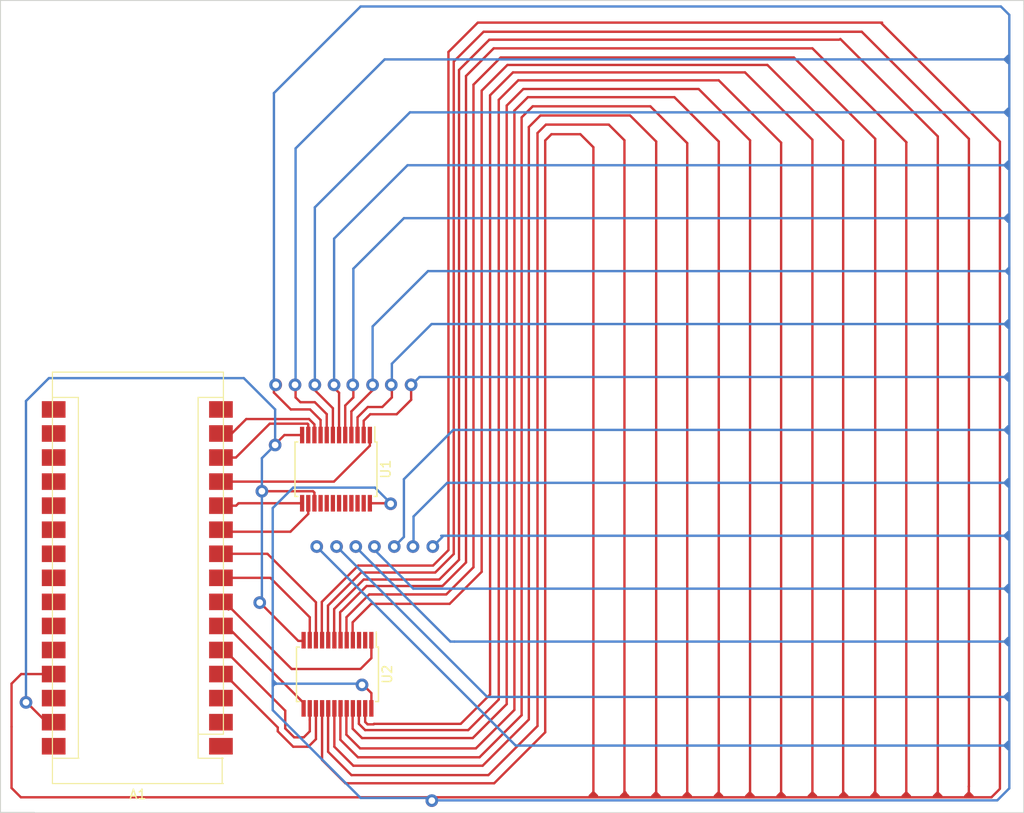
<source format=kicad_pcb>
(kicad_pcb (version 20211014) (generator pcbnew)
  (layers (0 "F.Cu" signal) (31 "B.Cu" signal) (34 "B.Paste" user) (35 "F.Paste" user) (36 "B.SilkS" user "B.Silkscreen") (37 "F.SilkS" user "F.Silkscreen") (38 "B.Mask" user) (39 "F.Mask" user) (44 "Edge.Cuts" user))
  (net 0 "")
  (net 4 "GND")
  (net 5 "Net-(U1-Pad10)")
  (net 6 "Net-(U1-Pad11)")
  (net 7 "Net-(A1-Pad7)")
  (net 8 "Net-(U1-Pad1)")
  (net 9 "Net-(U1-Pad13)")
  (net 10 "Net-(U1-Pad14)")
  (net 11 "Net-(U2-Pad10)")
  (net 12 "Net-(U2-Pad11)")
  (net 13 "Net-(U2-Pad13)")
  (net 14 "Net-(U2-Pad14)")
  (net 27 "Net-(A1-Pad27)")
  (net 30 "unconnected-(U1-Pad2)")
  (net 31 "unconnected-(U1-Pad3)")
  (net 32 "unconnected-(U1-Pad4)")
  (net 33 "unconnected-(U1-Pad5)")
  (net 34 "unconnected-(U1-Pad6)")
  (net 35 "unconnected-(U1-Pad7)")
  (net 36 "unconnected-(U1-Pad8)")
  (net 37 "unconnected-(U1-Pad9)")
  (net 46 "unconnected-(U2-Pad2)")
  (net 47 "unconnected-(U2-Pad3)")
  (net 48 "unconnected-(U2-Pad4)")
  (net 49 "unconnected-(U2-Pad5)")
  (net 51 "unconnected-(U2-Pad7)")
  (net 52 "unconnected-(U2-Pad8)")
  (net 53 "unconnected-(U2-Pad9)")
  (net 54 "unconnected-(U2-Pad16)")
  (footprint "Module:Arduino_Nano" (layer "F.Cu") (at 67.183 146.304 180)
    (fp_text reference "A1")
    (fp_text value "Arduino_Nano_v3.x")
  )
  (footprint "Package_SO:SSOP-24_5.3x8.2mm_P0.65mm" (layer "F.Cu") (at 80.6196 138.7094 -90)
    (fp_text reference "U2")
    (fp_text value "CD74HC4067SM")
  )
  (footprint "Package_SO:SSOP-24_5.3x8.2mm_P0.65mm" (layer "F.Cu") (at 80.462 117.05 -90)
    (fp_text reference "U1")
    (fp_text value "CD74HC4067SM")
  )
  (gr_circle (center 72.4154 131.1402) (end 72.983361 131.1402) (layer "F.Cu") (width 0.2) (fill solid))
  (gr_circle (center 86.233 120.709961) (end 86.800961 120.709961) (layer "F.Cu") (width 0.2) (fill solid))
  (gr_circle (center 86.614 125.222) (end 87.181961 125.222) (layer "F.Cu") (width 0.2) (fill solid))
  (gr_circle (center 72.644 119.38) (end 73.211961 119.38) (layer "F.Cu") (width 0.2) (fill solid))
  (gr_circle (center 47.752 141.672039) (end 48.319961 141.672039) (layer "F.Cu") (width 0.2) (fill solid))
  (gr_circle (center 76.140039 108.144039) (end 76.708 108.144039) (layer "F.Cu") (width 0.2) (fill solid))
  (gr_circle (center 78.232 108.144039) (end 78.799961 108.144039) (layer "F.Cu") (width 0.2) (fill solid))
  (gr_circle (center 90.678 125.222) (end 91.245961 125.222) (layer "F.Cu") (width 0.2) (fill solid))
  (gr_circle (center 90.5764 152.053561) (end 91.144361 152.053561) (layer "F.Cu") (width 0.2) (fill solid))
  (gr_circle (center 82.55 125.222) (end 83.117961 125.222) (layer "F.Cu") (width 0.2) (fill solid))
  (gr_circle (center 82.226878 108.144039) (end 82.794839 108.144039) (layer "F.Cu") (width 0.2) (fill solid))
  (gr_circle (center 80.527161 125.222) (end 81.095122 125.222) (layer "F.Cu") (width 0.2) (fill solid))
  (gr_circle (center 74.108039 108.144039) (end 74.676 108.144039) (layer "F.Cu") (width 0.2) (fill solid))
  (gr_circle (center 78.4352 125.222) (end 79.003161 125.222) (layer "F.Cu") (width 0.2) (fill solid))
  (gr_circle (center 80.254839 108.144039) (end 80.8228 108.144039) (layer "F.Cu") (width 0.2) (fill solid))
  (gr_circle (center 88.382839 108.144039) (end 88.9508 108.144039) (layer "F.Cu") (width 0.2) (fill solid))
  (gr_circle (center 84.522039 125.222) (end 85.09 125.222) (layer "F.Cu") (width 0.2) (fill solid))
  (gr_circle (center 86.290878 108.144039) (end 86.858839 108.144039) (layer "F.Cu") (width 0.2) (fill solid))
  (gr_circle (center 88.586039 125.222) (end 89.154 125.222) (layer "F.Cu") (width 0.2) (fill solid))
  (gr_circle (center 84.318839 108.144039) (end 84.8868 108.144039) (layer "F.Cu") (width 0.2) (fill solid))
  (gr_circle (center 74.041 114.494039) (end 74.608961 114.494039) (layer "F.Cu") (width 0.2) (fill solid))
  (gr_circle (center 83.2104 139.827) (end 83.778361 139.827) (layer "F.Cu") (width 0.2) (fill solid))
  (gr_circle (center 82.236039 108.144039) (end 82.804 108.144039) (layer "B.Cu") (width 0.2) (fill solid))
  (gr_circle (center 47.752 141.6812) (end 48.319961 141.6812) (layer "B.Cu") (width 0.2) (fill solid))
  (gr_circle (center 86.300039 108.144039) (end 86.868 108.144039) (layer "B.Cu") (width 0.2) (fill solid))
  (gr_circle (center 90.678 125.222) (end 91.245961 125.222) (layer "B.Cu") (width 0.2) (fill solid))
  (gr_circle (center 76.140039 108.144039) (end 76.708 108.144039) (layer "B.Cu") (width 0.2) (fill solid))
  (gr_circle (center 88.586039 125.222) (end 89.154 125.222) (layer "B.Cu") (width 0.2) (fill solid))
  (gr_circle (center 72.644 119.38) (end 73.211961 119.38) (layer "B.Cu") (width 0.2) (fill solid))
  (gr_circle (center 86.233 120.7008) (end 86.800961 120.7008) (layer "B.Cu") (width 0.2) (fill solid))
  (gr_circle (center 84.328 108.144039) (end 84.895961 108.144039) (layer "B.Cu") (width 0.2) (fill solid))
  (gr_circle (center 86.614 125.222) (end 87.181961 125.222) (layer "B.Cu") (width 0.2) (fill solid))
  (gr_circle (center 74.041 114.5032) (end 74.608961 114.5032) (layer "B.Cu") (width 0.2) (fill solid))
  (gr_circle (center 83.2104 139.827) (end 83.778361 139.827) (layer "B.Cu") (width 0.2) (fill solid))
  (gr_circle (center 90.5764 152.0444) (end 91.144361 152.0444) (layer "B.Cu") (width 0.2) (fill solid))
  (gr_circle (center 74.082639 108.144039) (end 74.6506 108.144039) (layer "B.Cu") (width 0.2) (fill solid))
  (gr_circle (center 80.518 125.222) (end 81.085961 125.222) (layer "B.Cu") (width 0.2) (fill solid))
  (gr_circle (center 88.392 108.144039) (end 88.959961 108.144039) (layer "B.Cu") (width 0.2) (fill solid))
  (gr_circle (center 78.232 108.144039) (end 78.799961 108.144039) (layer "B.Cu") (width 0.2) (fill solid))
  (gr_circle (center 82.55 125.222) (end 83.117961 125.222) (layer "B.Cu") (width 0.2) (fill solid))
  (gr_circle (center 78.426039 125.222) (end 78.994 125.222) (layer "B.Cu") (width 0.2) (fill solid))
  (gr_circle (center 84.522039 125.222) (end 85.09 125.222) (layer "B.Cu") (width 0.2) (fill solid))
  (gr_circle (center 72.4154 131.1402) (end 72.983361 131.1402) (layer "B.Cu") (width 0.2) (fill solid))
  (gr_circle (center 80.264 108.144039) (end 80.831961 108.144039) (layer "B.Cu") (width 0.2) (fill solid))
  (gr_line (start 153.035 67.564) (end 45.0596 67.564) (layer "Edge.Cuts") (width 0.1))
  (gr_line (start 45.0596 153.289) (end 45.0596 67.564) (layer "Edge.Cuts") (width 0.1))
  (gr_line (start 48.641 153.3144) (end 153.035 153.3144) (layer "Edge.Cuts") (width 0.1))
  (gr_line (start 153.035 67.945) (end 153.035 67.564) (layer "Edge.Cuts") (width 0.1))
  (gr_line (start 153.035 153.289) (end 153.035 67.945) (layer "Edge.Cuts") (width 0.1))
  (gr_line (start 48.641 153.289) (end 45.0596 153.289) (layer "Edge.Cuts") (width 0.1))
  (via (at 86.290878 108.144039) (size 0.71) (drill 0.7) (layers "F.Cu" "B.Cu") (net 0))
  (via (at 78.232 108.144039) (size 0.71) (drill 0.7) (layers "F.Cu" "B.Cu") (net 0))
  (via (at 83.2104 139.827) (size 0.71) (drill 0.7) (layers "F.Cu" "B.Cu") (net 0))
  (via (at 86.604839 125.222) (size 0.71) (drill 0.7) (layers "F.Cu" "B.Cu") (net 0))
  (via (at 74.108039 108.144039) (size 0.71) (drill 0.7) (layers "F.Cu" "B.Cu") (net 0))
  (via (at 76.140039 108.144039) (size 0.71) (drill 0.7) (layers "F.Cu" "B.Cu") (net 0))
  (via (at 78.426039 125.222) (size 0.71) (drill 0.7) (layers "F.Cu" "B.Cu") (net 0))
  (via (at 72.644 119.38) (size 0.71) (drill 0.7) (layers "F.Cu" "B.Cu") (net 0))
  (via (at 88.382839 108.144039) (size 0.71) (drill 0.7) (layers "F.Cu" "B.Cu") (net 0))
  (via (at 72.4154 131.1402) (size 0.71) (drill 0.7) (layers "F.Cu" "B.Cu") (net 0))
  (via (at 74.041 114.494039) (size 0.71) (drill 0.7) (layers "F.Cu" "B.Cu") (net 0))
  (via (at 84.318839 108.144039) (size 0.71) (drill 0.7) (layers "F.Cu" "B.Cu") (net 0))
  (via (at 80.518 125.222) (size 0.71) (drill 0.7) (layers "F.Cu" "B.Cu") (net 0))
  (via (at 84.512878 125.222) (size 0.71) (drill 0.7) (layers "F.Cu" "B.Cu") (net 0))
  (via (at 86.233 120.709961) (size 0.71) (drill 0.7) (layers "F.Cu" "B.Cu") (net 0))
  (via (at 47.752 141.672039) (size 0.71) (drill 0.7) (layers "F.Cu" "B.Cu") (net 0))
  (via (at 90.5764 152.0444) (size 0.71) (drill 0.7) (layers "F.Cu" "B.Cu") (net 0))
  (via (at 82.540839 125.222) (size 0.71) (drill 0.7) (layers "F.Cu" "B.Cu") (net 0))
  (via (at 90.668839 125.222) (size 0.71) (drill 0.7) (layers "F.Cu" "B.Cu") (net 0))
  (via (at 82.226878 108.144039) (size 0.71) (drill 0.7) (layers "F.Cu" "B.Cu") (net 0))
  (via (at 88.576878 125.222) (size 0.71) (drill 0.7) (layers "F.Cu" "B.Cu") (net 0))
  (via (at 80.254839 108.144039) (size 0.71) (drill 0.7) (layers "F.Cu" "B.Cu") (net 0))
  (segment (start 99.4228 146.235) (end 151.0466 146.235) (width 0.25) (layer "B.Cu") (net 0))
  (segment (start 150.976902 141.097698) (end 151.0284 141.0462) (width 0.25) (layer "B.Cu") (net 0))
  (segment (start 80.5434 125.222) (end 96.419098 141.097698) (width 0.25) (layer "B.Cu") (net 0))
  (segment (start 96.419098 141.097698) (end 150.976902 141.097698) (width 0.25) (layer "B.Cu") (net 0))
  (segment (start 78.4352 125.2474) (end 99.4228 146.235) (width 0.25) (layer "B.Cu") (net 0))
  (segment (start 151.0466 146.235) (end 151.0538 146.2278) (width 0.25) (layer "B.Cu") (net 0))
  (segment (start 78.187 119.525) (end 78.042 119.38) (width 0.25) (layer "F.Cu") (net 4))
  (segment (start 78.3477 145.5533) (end 77.5462 146.3548) (width 0.25) (layer "F.Cu") (net 4))
  (segment (start 78.3477 142.385) (end 78.3477 145.5533) (width 0.25) (layer "F.Cu") (net 4))
  (segment (start 68.6816 138.684) (end 68.323 138.684) (width 0.25) (layer "F.Cu") (net 4))
  (segment (start 49.911 143.764) (end 47.752 141.605) (width 0.25) (layer "F.Cu") (net 4))
  (segment (start 78.187 120.65) (end 78.187 119.525) (width 0.25) (layer "F.Cu") (net 4))
  (segment (start 77.0477 135.185) (end 76.4856 135.185) (width 0.25) (layer "F.Cu") (net 4))
  (segment (start 78.042 119.38) (end 72.644 119.38) (width 0.25) (layer "F.Cu") (net 4))
  (segment (start 74.3204 144.7292) (end 74.3204 144.3228) (width 0.25) (layer "F.Cu") (net 4))
  (segment (start 75.018 113.45) (end 74.041 114.427) (width 0.25) (layer "F.Cu") (net 4))
  (segment (start 50.673 143.764) (end 49.911 143.764) (width 0.25) (layer "F.Cu") (net 4))
  (segment (start 75.946 146.3548) (end 74.3204 144.7292) (width 0.25) (layer "F.Cu") (net 4))
  (segment (start 76.4856 135.185) (end 72.4154 131.1148) (width 0.25) (layer "F.Cu") (net 4))
  (segment (start 77.5462 146.3548) (end 75.946 146.3548) (width 0.25) (layer "F.Cu") (net 4))
  (segment (start 76.887 113.45) (end 75.018 113.45) (width 0.25) (layer "F.Cu") (net 4))
  (segment (start 74.3204 144.3228) (end 68.6816 138.684) (width 0.25) (layer "F.Cu") (net 4))
  (segment (start 72.644 115.891039) (end 74.041 114.494039) (width 0.25) (layer "B.Cu") (net 4))
  (segment (start 47.752 109.855) (end 47.752 141.605) (width 0.25) (layer "B.Cu") (net 4))
  (segment (start 72.411832 131.127832) (end 72.644 130.895664) (width 0.25) (layer "B.Cu") (net 4))
  (segment (start 50.165 107.442) (end 47.752 109.855) (width 0.25) (layer "B.Cu") (net 4))
  (segment (start 74.041 114.494039) (end 74.041 110.744) (width 0.25) (layer "B.Cu") (net 4))
  (segment (start 74.041 110.744) (end 70.739 107.442) (width 0.25) (layer "B.Cu") (net 4))
  (segment (start 70.739 107.442) (end 50.165 107.442) (width 0.25) (layer "B.Cu") (net 4))
  (segment (start 72.644 130.895664) (end 72.644 115.891039) (width 0.25) (layer "B.Cu") (net 4))
  (segment (start 78.187 113.45) (end 78.187 112.325) (width 0.25) (layer "F.Cu") (net 5))
  (segment (start 70.993 111.76) (end 70.231 112.522) (width 0.25) (layer "F.Cu") (net 5))
  (segment (start 68.323 113.284) (end 69.469 113.284) (width 0.25) (layer "F.Cu") (net 5))
  (segment (start 69.469 113.284) (end 70.231 112.522) (width 0.25) (layer "F.Cu") (net 5))
  (segment (start 77.622 111.76) (end 70.993 111.76) (width 0.25) (layer "F.Cu") (net 5))
  (segment (start 78.187 112.325) (end 77.622 111.76) (width 0.25) (layer "F.Cu") (net 5))
  (segment (start 70.231 112.522) (end 69.898 112.855) (width 0.25) (layer "F.Cu") (net 5))
  (segment (start 77.537 112.325) (end 77.537 113.45) (width 0.25) (layer "F.Cu") (net 6))
  (segment (start 73.472 112.25) (end 77.462 112.25) (width 0.25) (layer "F.Cu") (net 6))
  (segment (start 77.462 112.25) (end 77.537 112.325) (width 0.25) (layer "F.Cu") (net 6))
  (segment (start 68.323 115.824) (end 69.898 115.824) (width 0.25) (layer "F.Cu") (net 6))
  (segment (start 69.898 115.824) (end 73.472 112.25) (width 0.25) (layer "F.Cu") (net 6))
  (segment (start 69.124 131.865) (end 68.323 131.064) (width 0.25) (layer "F.Cu") (net 7))
  (segment (start 84.1977 136.999) (end 83.0467 138.15) (width 0.25) (layer "F.Cu") (net 7))
  (segment (start 84.1977 135.185) (end 84.1977 136.999) (width 0.25) (layer "F.Cu") (net 7))
  (segment (start 83.0467 138.15) (end 75.784 138.15) (width 0.25) (layer "F.Cu") (net 7))
  (segment (start 75.784 138.15) (end 68.698 131.064) (width 0.25) (layer "F.Cu") (net 7))
  (segment (start 68.698 131.064) (end 68.323 131.064) (width 0.25) (layer "F.Cu") (net 7))
  (segment (start 84.037 114.575) (end 84.037 113.45) (width 0.25) (layer "F.Cu") (net 8))
  (segment (start 80.248 118.364) (end 84.037 114.575) (width 0.25) (layer "F.Cu") (net 8))
  (segment (start 68.323 118.364) (end 80.248 118.364) (width 0.25) (layer "F.Cu") (net 8))
  (segment (start 68.323 120.904) (end 69.925 120.904) (width 0.25) (layer "F.Cu") (net 9))
  (segment (start 69.925 120.904) (end 70.179 120.65) (width 0.25) (layer "F.Cu") (net 9))
  (segment (start 76.887 120.65) (end 70.179 120.65) (width 0.25) (layer "F.Cu") (net 9))
  (segment (start 77.537 121.775) (end 75.658 123.654) (width 0.25) (layer "F.Cu") (net 10))
  (segment (start 77.537 120.65) (end 77.537 121.775) (width 0.25) (layer "F.Cu") (net 10))
  (segment (start 75.658 123.654) (end 68.14 123.654) (width 0.25) (layer "F.Cu") (net 10))
  (segment (start 73.2282 125.984) (end 78.3477 131.1035) (width 0.25) (layer "F.Cu") (net 11))
  (segment (start 78.3477 131.1035) (end 78.3477 135.185) (width 0.25) (layer "F.Cu") (net 11))
  (segment (start 68.323 125.984) (end 73.2282 125.984) (width 0.25) (layer "F.Cu") (net 11))
  (segment (start 77.6977 132.6887) (end 77.6977 135.185) (width 0.25) (layer "F.Cu") (net 12))
  (segment (start 68.323 128.524) (end 73.533 128.524) (width 0.25) (layer "F.Cu") (net 12))
  (segment (start 73.533 128.524) (end 77.6977 132.6887) (width 0.25) (layer "F.Cu") (net 12))
  (segment (start 77.0477 142.385) (end 77.0477 141.735) (width 0.25) (layer "F.Cu") (net 13))
  (segment (start 68.9167 133.604) (end 68.323 133.604) (width 0.25) (layer "F.Cu") (net 13))
  (segment (start 77.0477 141.735) (end 68.9167 133.604) (width 0.25) (layer "F.Cu") (net 13))
  (segment (start 77.6977 143.51) (end 77.6986 143.5109) (width 0.25) (layer "F.Cu") (net 14))
  (segment (start 75.1078 142.5538) (end 68.698 136.144) (width 0.25) (layer "F.Cu") (net 14))
  (segment (start 76.0476 145.3642) (end 75.1078 144.4244) (width 0.25) (layer "F.Cu") (net 14))
  (segment (start 77.6986 144.7292) (end 77.0636 145.3642) (width 0.25) (layer "F.Cu") (net 14))
  (segment (start 77.0636 145.3642) (end 76.0476 145.3642) (width 0.25) (layer "F.Cu") (net 14))
  (segment (start 77.6986 143.5109) (end 77.6986 144.7292) (width 0.25) (layer "F.Cu") (net 14))
  (segment (start 77.6977 142.385) (end 77.6977 143.51) (width 0.25) (layer "F.Cu") (net 14))
  (segment (start 75.1078 144.4244) (end 75.1078 142.5538) (width 0.25) (layer "F.Cu") (net 14))
  (segment (start 68.698 136.144) (end 68.323 136.144) (width 0.25) (layer "F.Cu") (net 14))
  (segment (start 107.6198 151.4094) (end 107.3658 151.6634) (width 0.25) (layer "F.Cu") (net 27))
  (segment (start 147.2438 151.1808) (end 147.6248 151.5618) (width 0.25) (layer "F.Cu") (net 27))
  (segment (start 113.8428 151.5618) (end 114.2238 151.1808) (width 0.25) (layer "F.Cu") (net 27))
  (segment (start 83.0072 146.5326) (end 81.5594 145.0848) (width 0.25) (layer "F.Cu") (net 27))
  (segment (start 117.7798 151.5618) (end 117.2718 151.5618) (width 0.25) (layer "F.Cu") (net 27))
  (segment (start 50.673 138.684) (end 51.048 138.684) (width 0.25) (layer "F.Cu") (net 27))
  (segment (start 82.2198 144.4498) (end 82.2198 142.3924) (width 0.25) (layer "F.Cu") (net 27))
  (segment (start 134.1628 151.4348) (end 133.9088 151.6888) (width 0.25) (layer "F.Cu") (net 27))
  (segment (start 82.296 148.3614) (end 80.2894 146.3548) (width 0.25) (layer "F.Cu") (net 27))
  (segment (start 101.219 78.74) (end 100.0506 79.9084) (width 0.25) (layer "F.Cu") (net 27))
  (segment (start 134.2898 151.5618) (end 133.7818 151.5618) (width 0.25) (layer "F.Cu") (net 27))
  (segment (start 123.7488 151.5618) (end 124.1298 151.1808) (width 0.25) (layer "F.Cu") (net 27))
  (segment (start 130.7338 151.1808) (end 131.1148 151.5618) (width 0.25) (layer "F.Cu") (net 27))
  (segment (start 83.2104 145.4404) (end 82.2198 144.4498) (width 0.25) (layer "F.Cu") (net 27))
  (segment (start 99.2886 142.4686) (end 95.2246 146.5326) (width 0.25) (layer "F.Cu") (net 27))
  (segment (start 137.3378 151.1808) (end 137.7188 151.5618) (width 0.25) (layer "F.Cu") (net 27))
  (segment (start 147.4978 151.5618) (end 146.9898 151.5618) (width 0.25) (layer "F.Cu") (net 27))
  (segment (start 98.4758 141.859) (end 94.8944 145.4404) (width 0.25) (layer "F.Cu") (net 27))
  (segment (start 114.2492 82.458371) (end 111.496029 79.7052) (width 0.25) (layer "F.Cu") (net 27))
  (segment (start 98.4758 78.6638) (end 98.4758 141.859) (width 0.25) (layer "F.Cu") (net 27))
  (segment (start 114.2492 151.2062) (end 114.2492 82.458371) (width 0.25) (layer "F.Cu") (net 27))
  (segment (start 127.3048 151.5618) (end 127.4318 151.4348) (width 0.25) (layer "F.Cu") (net 27))
  (segment (start 140.891029 151.5618) (end 140.383029 151.5618) (width 0.25) (layer "F.Cu") (net 27))
  (segment (start 95.9358 148.3614) (end 82.296 148.3614) (width 0.25) (layer "F.Cu") (net 27))
  (segment (start 99.2886 79.1972) (end 99.2886 142.4686) (width 0.25) (layer "F.Cu") (net 27))
  (segment (start 124.0028 151.5618) (end 124.1298 151.4348) (width 0.25) (layer "F.Cu") (net 27))
  (segment (start 118.730967 76.9112) (end 100.2284 76.9112) (width 0.25) (layer "F.Cu") (net 27))
  (segment (start 114.2238 151.4348) (end 113.9698 151.6888) (width 0.25) (layer "F.Cu") (net 27))
  (segment (start 137.5918 151.5618) (end 137.0838 151.5618) (width 0.25) (layer "F.Cu") (net 27))
  (segment (start 134.0358 151.1808) (end 134.4168 151.5618) (width 0.25) (layer "F.Cu") (net 27))
  (segment (start 124.1298 151.1808) (end 124.5108 151.5618) (width 0.25) (layer "F.Cu") (net 27))
  (segment (start 117.1448 151.5618) (end 117.5258 151.1808) (width 0.25) (layer "F.Cu") (net 27))
  (segment (start 46.228 150.713629) (end 46.228 144.2466) (width 0.25) (layer "F.Cu") (net 27))
  (segment (start 120.8532 82.458371) (end 116.169629 77.7748) (width 0.25) (layer "F.Cu") (net 27))
  (segment (start 133.9088 151.5618) (end 134.0358 151.4348) (width 0.25) (layer "F.Cu") (net 27))
  (segment (start 95.6056 147.4724) (end 82.7786 147.4724) (width 0.25) (layer "F.Cu") (net 27))
  (segment (start 100.8126 143.4846) (end 95.9358 148.3614) (width 0.25) (layer "F.Cu") (net 27))
  (segment (start 47.208629 151.694258) (end 124.135258 151.694258) (width 0.25) (layer "F.Cu") (net 27))
  (segment (start 127.5588 151.4348) (end 127.3048 151.6888) (width 0.25) (layer "F.Cu") (net 27))
  (segment (start 124.135258 151.694258) (end 124.1552 151.674316) (width 0.25) (layer "F.Cu") (net 27))
  (segment (start 47.244 138.684) (end 46.228 139.7) (width 0.25) (layer "F.Cu") (net 27))
  (segment (start 107.2388 151.5364) (end 107.6198 151.1554) (width 0.25) (layer "F.Cu") (net 27))
  (segment (start 84.1977 142.385) (end 84.1977 140.698) (width 0.25) (layer "F.Cu") (net 27))
  (segment (start 147.2438 151.4348) (end 146.9898 151.6888) (width 0.25) (layer "F.Cu") (net 27))
  (segment (start 143.9418 151.4348) (end 143.6878 151.6888) (width 0.25) (layer "F.Cu") (net 27))
  (segment (start 144.3228 151.5618) (end 143.8148 151.5618) (width 0.25) (layer "F.Cu") (net 27))
  (segment (start 110.5408 151.5618) (end 110.9218 151.1808) (width 0.25) (layer "F.Cu") (net 27))
  (segment (start 100.0506 79.9084) (end 100.0506 143.0274) (width 0.25) (layer "F.Cu") (net 27))
  (segment (start 143.9418 151.1808) (end 144.3228 151.5618) (width 0.25) (layer "F.Cu") (net 27))
  (segment (start 107.6198 151.1554) (end 108.0008 151.5364) (width 0.25) (layer "F.Cu") (net 27))
  (segment (start 84.1977 140.698) (end 83.3007 139.801) (width 0.25) (layer "F.Cu") (net 27))
  (segment (start 95.2246 146.5326) (end 83.0072 146.5326) (width 0.25) (layer "F.Cu") (net 27))
  (segment (start 117.5258 151.4348) (end 117.2718 151.6888) (width 0.25) (layer "F.Cu") (net 27))
  (segment (start 124.1552 82.335433) (end 118.730967 76.9112) (width 0.25) (layer "F.Cu") (net 27))
  (segment (start 124.135258 151.694258) (end 149.628629 151.694258) (width 0.25) (layer "F.Cu") (net 27))
  (segment (start 114.2238 151.2316) (end 114.2492 151.2062) (width 0.25) (layer "F.Cu") (net 27))
  (segment (start 120.825029 151.1808) (end 121.206029 151.5618) (width 0.25) (layer "F.Cu") (net 27))
  (segment (start 136.9568 151.5618) (end 137.3378 151.1808) (width 0.25) (layer "F.Cu") (net 27))
  (segment (start 82.7786 147.4724) (end 80.9244 145.6182) (width 0.25) (layer "F.Cu") (net 27))
  (segment (start 84.037 120.65) (end 86.36 120.65) (width 0.25) (layer "F.Cu") (net 27))
  (segment (start 120.825029 151.4348) (end 120.571029 151.6888) (width 0.25) (layer "F.Cu") (net 27))
  (segment (start 130.3528 151.5618) (end 130.7338 151.1808) (width 0.25) (layer "F.Cu") (net 27))
  (segment (start 137.4648 151.4348) (end 137.2108 151.6888) (width 0.25) (layer "F.Cu") (net 27))
  (segment (start 124.5108 151.5618) (end 124.0028 151.5618) (width 0.25) (layer "F.Cu") (net 27))
  (segment (start 111.496029 79.7052) (end 102.0318 79.7052) (width 0.25) (layer "F.Cu") (net 27))
  (segment (start 46.228 139.7) (end 46.228 144.2466) (width 0.25) (layer "F.Cu") (net 27))
  (segment (start 140.510029 151.5618) (end 140.637029 151.4348) (width 0.25) (layer "F.Cu") (net 27))
  (segment (start 94.8944 145.4404) (end 83.2104 145.4404) (width 0.25) (layer "F.Cu") (net 27))
  (segment (start 140.637029 151.1808) (end 141.018029 151.5618) (width 0.25) (layer "F.Cu") (net 27))
  (segment (start 137.2108 151.5618) (end 137.3378 151.4348) (width 0.25) (layer "F.Cu") (net 27))
  (segment (start 134.033071 151.2443) (end 133.9723 151.2443) (width 0.25) (layer "F.Cu") (net 27))
  (segment (start 120.698029 151.5618) (end 120.825029 151.4348) (width 0.25) (layer "F.Cu") (net 27))
  (segment (start 121.079029 151.5618) (end 120.571029 151.5618) (width 0.25) (layer "F.Cu") (net 27))
  (segment (start 110.7948 151.5618) (end 110.9218 151.4348) (width 0.25) (layer "F.Cu") (net 27))
  (segment (start 81.5594 145.0848) (end 81.5594 142.3924) (width 0.25) (layer "F.Cu") (net 27))
  (segment (start 107.4928 151.5364) (end 107.6198 151.4094) (width 0.25) (layer "F.Cu") (net 27))
  (segment (start 146.8628 151.5618) (end 147.2438 151.1808) (width 0.25) (layer "F.Cu") (net 27))
  (segment (start 143.5608 151.5618) (end 143.9418 151.1808) (width 0.25) (layer "F.Cu") (net 27))
  (segment (start 100.8126 80.9244) (end 100.8126 143.4846) (width 0.25) (layer "F.Cu") (net 27))
  (segment (start 102.0318 79.7052) (end 100.8126 80.9244) (width 0.25) (layer "F.Cu") (net 27))
  (segment (start 80.9244 145.6182) (end 80.9244 142.3924) (width 0.25) (layer "F.Cu") (net 27))
  (segment (start 114.2238 151.1808) (end 114.6048 151.5618) (width 0.25) (layer "F.Cu") (net 27))
  (segment (start 117.5258 151.1808) (end 117.9068 151.5618) (width 0.25) (layer "F.Cu") (net 27))
  (segment (start 140.256029 151.5618) (end 140.637029 151.1808) (width 0.25) (layer "F.Cu") (net 27))
  (segment (start 100.2284 76.9112) (end 98.4758 78.6638) (width 0.25) (layer "F.Cu") (net 27))
  (segment (start 107.8738 151.5364) (end 107.3658 151.5364) (width 0.25) (layer "F.Cu") (net 27))
  (segment (start 140.764029 151.4348) (end 140.510029 151.6888) (width 0.25) (layer "F.Cu") (net 27))
  (segment (start 124.2568 151.4348) (end 124.0028 151.6888) (width 0.25) (layer "F.Cu") (net 27))
  (segment (start 117.3988 151.5618) (end 117.5258 151.4348) (width 0.25) (layer "F.Cu") (net 27))
  (segment (start 110.9218 151.4348) (end 110.6678 151.6888) (width 0.25) (layer "F.Cu") (net 27))
  (segment (start 113.636829 78.74) (end 101.219 78.74) (width 0.25) (layer "F.Cu") (net 27))
  (segment (start 111.1758 151.5618) (end 110.6678 151.5618) (width 0.25) (layer "F.Cu") (net 27))
  (segment (start 127.0508 151.5618) (end 127.4318 151.1808) (width 0.25) (layer "F.Cu") (net 27))
  (segment (start 114.0968 151.5618) (end 114.2238 151.4348) (width 0.25) (layer "F.Cu") (net 27))
  (segment (start 100.0506 143.0274) (end 95.6056 147.4724) (width 0.25) (layer "F.Cu") (net 27))
  (segment (start 120.8532 151.511) (end 120.8532 82.458371) (width 0.25) (layer "F.Cu") (net 27))
  (segment (start 110.9218 151.1808) (end 111.3028 151.5618) (width 0.25) (layer "F.Cu") (net 27))
  (segment (start 127.4318 151.1808) (end 127.8128 151.5618) (width 0.25) (layer "F.Cu") (net 27))
  (segment (start 116.169629 77.7748) (end 100.711 77.7748) (width 0.25) (layer "F.Cu") (net 27))
  (segment (start 133.6548 151.5618) (end 134.0358 151.1808) (width 0.25) (layer "F.Cu") (net 27))
  (segment (start 124.1552 151.674316) (end 124.1552 82.335433) (width 0.25) (layer "F.Cu") (net 27))
  (segment (start 143.8148 151.5618) (end 143.9418 151.4348) (width 0.25) (layer "F.Cu") (net 27))
  (segment (start 100.711 77.7748) (end 99.2886 79.1972) (width 0.25) (layer "F.Cu") (net 27))
  (segment (start 50.673 138.684) (end 47.244 138.684) (width 0.25) (layer "F.Cu") (net 27))
  (segment (start 117.5258 82.628971) (end 113.636829 78.74) (width 0.25) (layer "F.Cu") (net 27))
  (segment (start 130.8608 151.4348) (end 130.6068 151.6888) (width 0.25) (layer "F.Cu") (net 27))
  (segment (start 130.6068 151.5618) (end 130.7338 151.4348) (width 0.25) (layer "F.Cu") (net 27))
  (segment (start 80.2894 146.3548) (end 80.2894 142.3924) (width 0.25) (layer "F.Cu") (net 27))
  (segment (start 130.9878 151.5618) (end 130.4798 151.5618) (width 0.25) (layer "F.Cu") (net 27))
  (segment (start 137.337842 151.1753) (end 137.2743 151.1753) (width 0.25) (layer "F.Cu") (net 27))
  (segment (start 120.444029 151.5618) (end 120.825029 151.1808) (width 0.25) (layer "F.Cu") (net 27))
  (segment (start 114.4778 151.5618) (end 113.9698 151.5618) (width 0.25) (layer "F.Cu") (net 27))
  (segment (start 117.5258 151.511) (end 117.5258 82.628971) (width 0.25) (layer "F.Cu") (net 27))
  (segment (start 149.628629 151.694258) (end 150.517629 150.805258) (width 0.25) (layer "F.Cu") (net 27))
  (segment (start 47.208629 151.694258) (end 46.228 150.713629) (width 0.25) (layer "F.Cu") (net 27))
  (segment (start 127.6858 151.5618) (end 127.1778 151.5618) (width 0.25) (layer "F.Cu") (net 27))
  (segment (start 147.1168 151.5618) (end 147.2438 151.4348) (width 0.25) (layer "F.Cu") (net 27))
  (segment (start 73.787 139.319) (end 73.787 139.7) (width 0.25) (layer "B.Cu") (net 27))
  (segment (start 73.787 139.7) (end 83.185 139.7) (width 0.25) (layer "B.Cu") (net 27))
  (segment (start 73.787 139.7) (end 73.787 142.494) (width 0.25) (layer "B.Cu") (net 27))
  (segment (start 84.582 118.999) (end 75.946 118.999) (width 0.25) (layer "B.Cu") (net 27))
  (segment (start 90.17 151.765) (end 90.424 152.019) (width 0.25) (layer "B.Cu") (net 27))
  (segment (start 73.787 139.7) (end 74.168 139.7) (width 0.25) (layer "B.Cu") (net 27))
  (segment (start 73.787 142.494) (end 83.058 151.765) (width 0.25) (layer "B.Cu") (net 27))
  (segment (start 73.787 121.158) (end 73.787 139.7) (width 0.25) (layer "B.Cu") (net 27))
  (segment (start 86.292961 120.709961) (end 84.582 118.999) (width 0.25) (layer "B.Cu") (net 27))
  (segment (start 74.041 139.7) (end 73.787 139.954) (width 0.25) (layer "B.Cu") (net 27))
  (segment (start 75.946 118.999) (end 73.787 121.158) (width 0.25) (layer "B.Cu") (net 27))
  (segment (start 83.185 139.7) (end 83.2866 139.8016) (width 0.25) (layer "B.Cu") (net 27))
  (segment (start 83.058 151.765) (end 90.17 151.765) (width 0.25) (layer "B.Cu") (net 27))
  (segment (start 74.168 139.7) (end 74.041 139.7) (width 0.25) (layer "B.Cu") (net 27))
  (segment (start 74.168 139.7) (end 73.787 139.319) (width 0.25) (layer "B.Cu") (net 27))
  (segment (start 73.787 139.7) (end 73.787 139.954) (width 0.25) (layer "B.Cu") (net 27))
  (segment (start 83.387 113.45) (end 83.387 111.939) (width 0.25) (layer "F.Cu") (net 30))
  (segment (start 88.392 109.728) (end 88.392 108.458) (width 0.25) (layer "F.Cu") (net 30))
  (segment (start 86.868 111.252) (end 88.392 109.728) (width 0.25) (layer "F.Cu") (net 30))
  (segment (start 83.82 111.506) (end 84.074 111.252) (width 0.25) (layer "F.Cu") (net 30))
  (segment (start 83.387 111.939) (end 83.82 111.506) (width 0.25) (layer "F.Cu") (net 30))
  (segment (start 84.074 111.252) (end 86.868 111.252) (width 0.25) (layer "F.Cu") (net 30))
  (segment (start 82.737 111.573) (end 83.82 110.49) (width 0.25) (layer "F.Cu") (net 31))
  (segment (start 85.344 110.49) (end 86.36 109.474) (width 0.25) (layer "F.Cu") (net 31))
  (segment (start 82.737 113.45) (end 82.737 111.573) (width 0.25) (layer "F.Cu") (net 31))
  (segment (start 86.36 109.474) (end 86.36 108.458) (width 0.25) (layer "F.Cu") (net 31))
  (segment (start 83.82 110.49) (end 85.344 110.49) (width 0.25) (layer "F.Cu") (net 31))
  (segment (start 86.623161 125.73) (end 86.623161 125.476) (width 0.25) (layer "F.Cu") (net 32))
  (segment (start 82.087 113.45) (end 82.087 110.953) (width 0.25) (layer "F.Cu") (net 32))
  (segment (start 84.328 108.652039) (end 84.328 108.398039) (width 0.25) (layer "F.Cu") (net 32))
  (segment (start 82.087 110.953) (end 84.328 108.712) (width 0.25) (layer "F.Cu") (net 32))
  (segment (start 81.437 113.45) (end 81.437 110.333) (width 0.25) (layer "F.Cu") (net 33))
  (segment (start 81.437 110.333) (end 82.296 109.474) (width 0.25) (layer "F.Cu") (net 33))
  (segment (start 82.296 109.474) (end 82.296 108.458) (width 0.25) (layer "F.Cu") (net 33))
  (segment (start 80.787 113.45) (end 80.787 108.981) (width 0.25) (layer "F.Cu") (net 34))
  (segment (start 80.787 108.981) (end 80.264 108.458) (width 0.25) (layer "F.Cu") (net 34))
  (segment (start 80.137 110.617) (end 78.232 108.712) (width 0.25) (layer "F.Cu") (net 35))
  (segment (start 80.527161 125.73) (end 80.527161 125.476) (width 0.25) (layer "F.Cu") (net 35))
  (segment (start 78.232 108.652039) (end 78.232 108.398039) (width 0.25) (layer "F.Cu") (net 35))
  (segment (start 80.137 113.45) (end 80.137 110.617) (width 0.25) (layer "F.Cu") (net 35))
  (segment (start 78.232 109.982) (end 76.708 109.982) (width 0.25) (layer "F.Cu") (net 36))
  (segment (start 76.2 109.474) (end 76.2 108.458) (width 0.25) (layer "F.Cu") (net 36))
  (segment (start 79.487 113.45) (end 79.487 111.237) (width 0.25) (layer "F.Cu") (net 36))
  (segment (start 74.332039 108.580039) (end 74.086207 108.334207) (width 0.25) (layer "F.Cu") (net 36))
  (segment (start 76.708 109.982) (end 76.2 109.474) (width 0.25) (layer "F.Cu") (net 36))
  (segment (start 79.487 111.237) (end 78.232 109.982) (width 0.25) (layer "F.Cu") (net 36))
  (segment (start 151.061 73.787) (end 85.598 73.787) (width 0.25) (layer "B.Cu") (net 36))
  (segment (start 151.384 107.442) (end 151.257 107.315) (width 0.25) (layer "B.Cu") (net 36))
  (segment (start 151.384 124.46) (end 151.003 124.079) (width 0.25) (layer "B.Cu") (net 36))
  (segment (start 151.384 118.618) (end 151.257 118.491) (width 0.25) (layer "B.Cu") (net 36))
  (segment (start 151.003 90.551) (end 151.384 90.17) (width 0.25) (layer "B.Cu") (net 36))
  (segment (start 151.384 118.237) (end 151.384 118.745) (width 0.25) (layer "B.Cu") (net 36))
  (segment (start 151.13 96.139) (end 151.511 95.758) (width 0.25) (layer "B.Cu") (net 36))
  (segment (start 151.003 73.787) (end 151.384 73.406) (width 0.25) (layer "B.Cu") (net 36))
  (segment (start 76.2 83.185) (end 76.2 108.458) (width 0.25) (layer "B.Cu") (net 36))
  (segment (start 151.384 129.413) (end 151.384 129.921) (width 0.25) (layer "B.Cu") (net 36))
  (segment (start 151.384 73.533) (end 151.384 74.041) (width 0.25) (layer "B.Cu") (net 36))
  (segment (start 151.384 130.048) (end 151.003 129.667) (width 0.25) (layer "B.Cu") (net 36))
  (segment (start 151.003 107.315) (end 151.384 106.934) (width 0.25) (layer "B.Cu") (net 36))
  (segment (start 88.6206 129.667) (end 84.5312 125.5776) (width 0.25) (layer "B.Cu") (net 36))
  (segment (start 151.384 85.09) (end 151.257 84.963) (width 0.25) (layer "B.Cu") (net 36))
  (segment (start 151.511 96.52) (end 151.13 96.139) (width 0.25) (layer "B.Cu") (net 36))
  (segment (start 151.384 124.206) (end 151.257 124.079) (width 0.25) (layer "B.Cu") (net 36))
  (segment (start 150.876 107.315) (end 89.281 107.315) (width 0.25) (layer "B.Cu") (net 36))
  (segment (start 151.003 135.255) (end 151.384 134.874) (width 0.25) (layer "B.Cu") (net 36))
  (segment (start 151.003 101.727) (end 151.384 101.346) (width 0.25) (layer "B.Cu") (net 36))
  (segment (start 90.551 101.727) (end 86.36 105.918) (width 0.25) (layer "B.Cu") (net 36))
  (segment (start 151.384 135.001) (end 151.384 135.509) (width 0.25) (layer "B.Cu") (net 36))
  (segment (start 92.202 118.491) (end 88.646 122.047) (width 0.25) (layer "B.Cu") (net 36))
  (segment (start 150.622 68.199) (end 83.058 68.199) (width 0.25) (layer "B.Cu") (net 36))
  (segment (start 88.011 84.963) (end 80.264 92.71) (width 0.25) (layer "B.Cu") (net 36))
  (segment (start 151.384 79.502) (end 151.257 79.375) (width 0.25) (layer "B.Cu") (net 36))
  (segment (start 83.058 68.199) (end 73.914 77.343) (width 0.25) (layer "B.Cu") (net 36))
  (segment (start 88.646 122.047) (end 88.646 125.222) (width 0.25) (layer "B.Cu") (net 36))
  (segment (start 151.384 101.473) (end 151.384 101.981) (width 0.25) (layer "B.Cu") (net 36))
  (segment (start 151.511 95.885) (end 151.511 96.393) (width 0.25) (layer "B.Cu") (net 36))
  (segment (start 151.003 129.667) (end 88.6206 129.667) (width 0.25) (layer "B.Cu") (net 36))
  (segment (start 151.384 146.6088) (end 151.003 146.2278) (width 0.25) (layer "B.Cu") (net 36))
  (segment (start 150.876 118.491) (end 92.202 118.491) (width 0.25) (layer "B.Cu") (net 36))
  (segment (start 82.55 125.2728) (end 92.5322 135.255) (width 0.25) (layer "B.Cu") (net 36))
  (segment (start 151.384 135.382) (end 151.257 135.255) (width 0.25) (layer "B.Cu") (net 36))
  (segment (start 151.003 84.963) (end 151.384 84.582) (width 0.25) (layer "B.Cu") (net 36))
  (segment (start 87.63 118.11) (end 87.63 124.206) (width 0.25) (layer "B.Cu") (net 36))
  (segment (start 88.265 79.375) (end 78.232 89.408) (width 0.25) (layer "B.Cu") (net 36))
  (segment (start 85.598 73.787) (end 76.2 83.185) (width 0.25) (layer "B.Cu") (net 36))
  (segment (start 151.384 113.284) (end 151.003 112.903) (width 0.25) (layer "B.Cu") (net 36))
  (segment (start 151.384 107.061) (end 151.384 107.569) (width 0.25) (layer "B.Cu") (net 36))
  (segment (start 151.003 101.727) (end 90.551 101.727) (width 0.25) (layer "B.Cu") (net 36))
  (segment (start 151.003 118.491) (end 151.384 118.11) (width 0.25) (layer "B.Cu") (net 36))
  (segment (start 151.384 85.344) (end 151.003 84.963) (width 0.25) (layer "B.Cu") (net 36))
  (segment (start 150.876 112.903) (end 92.837 112.903) (width 0.25) (layer "B.Cu") (net 36))
  (segment (start 87.63 90.551) (end 82.296 95.885) (width 0.25) (layer "B.Cu") (net 36))
  (segment (start 151.384 141.1986) (end 151.257 141.0716) (width 0.25) (layer "B.Cu") (net 36))
  (segment (start 151.384 112.649) (end 151.384 113.157) (width 0.25) (layer "B.Cu") (net 36))
  (segment (start 90.874 152.019) (end 150.241 152.019) (width 0.25) (layer "B.Cu") (net 36))
  (segment (start 84.5312 125.5776) (end 84.5312 125.2728) (width 0.25) (layer "B.Cu") (net 36))
  (segment (start 151.384 135.636) (end 151.003 135.255) (width 0.25) (layer "B.Cu") (net 36))
  (segment (start 82.296 95.885) (end 82.296 108.204) (width 0.25) (layer "B.Cu") (net 36))
  (segment (start 89.281 107.315) (end 88.392 108.204) (width 0.25) (layer "B.Cu") (net 36))
  (segment (start 151.384 141.4526) (end 151.003 141.0716) (width 0.25) (layer "B.Cu") (net 36))
  (segment (start 151.384 73.914) (end 151.257 73.787) (width 0.25) (layer "B.Cu") (net 36))
  (segment (start 151.384 90.678) (end 151.257 90.551) (width 0.25) (layer "B.Cu") (net 36))
  (segment (start 150.241 152.019) (end 151.511 150.749) (width 0.25) (layer "B.Cu") (net 36))
  (segment (start 151.003 124.079) (end 151.384 123.698) (width 0.25) (layer "B.Cu") (net 36))
  (segment (start 151.003 146.2278) (end 151.384 145.8468) (width 0.25) (layer "B.Cu") (net 36))
  (segment (start 151.003 112.903) (end 151.384 112.522) (width 0.25) (layer "B.Cu") (net 36))
  (segment (start 151.384 90.932) (end 151.003 90.551) (width 0.25) (layer "B.Cu") (net 36))
  (segment (start 151.384 129.794) (end 151.257 129.667) (width 0.25) (layer "B.Cu") (net 36))
  (segment (start 92.837 112.903) (end 87.63 118.11) (width 0.25) (layer "B.Cu") (net 36))
  (segment (start 151.384 145.9738) (end 151.384 146.4818) (width 0.25) (layer "B.Cu") (net 36))
  (segment (start 151.384 79.756) (end 151.003 79.375) (width 0.25) (layer "B.Cu") (net 36))
  (segment (start 151.511 96.266) (end 151.384 96.139) (width 0.25) (layer "B.Cu") (net 36))
  (segment (start 92.5322 135.255) (end 92.964 135.255) (width 0.25) (layer "B.Cu") (net 36))
  (segment (start 87.63 124.206) (end 86.614 125.222) (width 0.25) (layer "B.Cu") (net 36))
  (segment (start 73.914 77.343) (end 73.914 108.204) (width 0.25) (layer "B.Cu") (net 36))
  (segment (start 151.384 90.297) (end 151.384 90.805) (width 0.25) (layer "B.Cu") (net 36))
  (segment (start 151.384 140.8176) (end 151.384 141.3256) (width 0.25) (layer "B.Cu") (net 36))
  (segment (start 151.511 150.749) (end 151.511 69.088) (width 0.25) (layer "B.Cu") (net 36))
  (segment (start 90.17 96.139) (end 151.257 96.139) (width 0.25) (layer "B.Cu") (net 36))
  (segment (start 151.061 79.375) (end 88.265 79.375) (width 0.25) (layer "B.Cu") (net 36))
  (segment (start 151.511 69.088) (end 150.622 68.199) (width 0.25) (layer "B.Cu") (net 36))
  (segment (start 151.384 113.03) (end 151.257 112.903) (width 0.25) (layer "B.Cu") (net 36))
  (segment (start 151.003 141.0716) (end 151.384 140.6906) (width 0.25) (layer "B.Cu") (net 36))
  (segment (start 151.384 118.872) (end 151.003 118.491) (width 0.25) (layer "B.Cu") (net 36))
  (segment (start 151.384 74.168) (end 151.003 73.787) (width 0.25) (layer "B.Cu") (net 36))
  (segment (start 91.694 124.206) (end 90.678 125.222) (width 0.25) (layer "B.Cu") (net 36))
  (segment (start 150.876 90.551) (end 87.63 90.551) (width 0.25) (layer "B.Cu") (net 36))
  (segment (start 151.384 102.108) (end 151.003 101.727) (width 0.25) (layer "B.Cu") (net 36))
  (segment (start 151.384 101.854) (end 151.257 101.727) (width 0.25) (layer "B.Cu") (net 36))
  (segment (start 151.384 123.825) (end 151.384 124.333) (width 0.25) (layer "B.Cu") (net 36))
  (segment (start 78.232 89.408) (end 78.232 108.204) (width 0.25) (layer "B.Cu") (net 36))
  (segment (start 151.384 84.709) (end 151.384 85.217) (width 0.25) (layer "B.Cu") (net 36))
  (segment (start 92.964 135.255) (end 150.876 135.255) (width 0.25) (layer "B.Cu") (net 36))
  (segment (start 151.061 84.963) (end 88.011 84.963) (width 0.25) (layer "B.Cu") (net 36))
  (segment (start 86.36 105.918) (end 86.36 108.204) (width 0.25) (layer "B.Cu") (net 36))
  (segment (start 90.17 96.139) (end 84.328 101.981) (width 0.25) (layer "B.Cu") (net 36))
  (segment (start 151.003 79.375) (end 151.384 78.994) (width 0.25) (layer "B.Cu") (net 36))
  (segment (start 80.264 92.71) (end 80.264 108.204) (width 0.25) (layer "B.Cu") (net 36))
  (segment (start 151.003 124.079) (end 91.567 124.079) (width 0.25) (layer "B.Cu") (net 36))
  (segment (start 151.384 146.3548) (end 151.257 146.2278) (width 0.25) (layer "B.Cu") (net 36))
  (segment (start 84.328 101.981) (end 84.328 107.95) (width 0.25) (layer "B.Cu") (net 36))
  (segment (start 151.384 79.121) (end 151.384 79.629) (width 0.25) (layer "B.Cu") (net 36))
  (segment (start 151.003 129.667) (end 151.384 129.286) (width 0.25) (layer "B.Cu") (net 36))
  (segment (start 151.384 107.696) (end 151.003 107.315) (width 0.25) (layer "B.Cu") (net 36))
  (segment (start 75.692 110.744) (end 73.914 108.966) (width 0.25) (layer "F.Cu") (net 37))
  (segment (start 77.724 110.744) (end 75.692 110.744) (width 0.25) (layer "F.Cu") (net 37))
  (segment (start 78.837 113.45) (end 78.837 111.857) (width 0.25) (layer "F.Cu") (net 37))
  (segment (start 78.837 111.857) (end 77.724 110.744) (width 0.25) (layer "F.Cu") (net 37))
  (segment (start 73.914 108.966) (end 73.914 108.458) (width 0.25) (layer "F.Cu") (net 37))
  (segment (start 110.900688 82.325688) (end 109.2454 80.6704) (width 0.25) (layer "F.Cu") (net 46))
  (segment (start 127.4318 151.244258) (end 127.4318 82.5754) (width 0.25) (layer "F.Cu") (net 46))
  (segment (start 111.0234 151.2062) (end 110.900688 151.083488) (width 0.25) (layer "F.Cu") (net 46))
  (segment (start 97.6376 78.0542) (end 97.6376 141.3764) (width 0.25) (layer "F.Cu") (net 46))
  (segment (start 101.727 81.5594) (end 101.727 144.1704) (width 0.25) (layer "F.Cu") (net 46))
  (segment (start 97.6376 141.3764) (end 94.4118 144.6022) (width 0.25) (layer "F.Cu") (net 46))
  (segment (start 102.616 80.6704) (end 101.727 81.5594) (width 0.25) (layer "F.Cu") (net 46))
  (segment (start 94.4118 144.6022) (end 83.5406 144.6022) (width 0.25) (layer "F.Cu") (net 46))
  (segment (start 120.8532 75.9968) (end 99.695 75.9968) (width 0.25) (layer "F.Cu") (net 46))
  (segment (start 82.0928 149.352) (end 79.629 146.8882) (width 0.25) (layer "F.Cu") (net 46))
  (segment (start 109.2454 80.6704) (end 102.616 80.6704) (width 0.25) (layer "F.Cu") (net 46))
  (segment (start 83.5406 144.6022) (end 82.8802 143.9418) (width 0.25) (layer "F.Cu") (net 46))
  (segment (start 99.695 75.9968) (end 97.6376 78.0542) (width 0.25) (layer "F.Cu") (net 46))
  (segment (start 96.5454 149.352) (end 82.0928 149.352) (width 0.25) (layer "F.Cu") (net 46))
  (segment (start 82.8802 143.9418) (end 82.8802 142.3924) (width 0.25) (layer "F.Cu") (net 46))
  (segment (start 110.900688 151.083488) (end 110.900688 82.325688) (width 0.25) (layer "F.Cu") (net 46))
  (segment (start 127.4318 82.5754) (end 120.8532 75.9968) (width 0.25) (layer "F.Cu") (net 46))
  (segment (start 79.629 146.8882) (end 79.629 142.3924) (width 0.25) (layer "F.Cu") (net 46))
  (segment (start 101.727 144.1704) (end 96.5454 149.352) (width 0.25) (layer "F.Cu") (net 46))
  (segment (start 96.7232 77.5716) (end 96.7232 140.843) (width 0.25) (layer "F.Cu") (net 47))
  (segment (start 83.7946 143.9926) (end 83.5406 143.7386) (width 0.25) (layer "F.Cu") (net 47))
  (segment (start 96.7232 140.843) (end 93.6244 143.9418) (width 0.25) (layer "F.Cu") (net 47))
  (segment (start 83.5406 143.7386) (end 83.5406 142.367) (width 0.25) (layer "F.Cu") (net 47))
  (segment (start 130.7338 82.2706) (end 123.6218 75.1586) (width 0.25) (layer "F.Cu") (net 47))
  (segment (start 93.6244 143.9418) (end 84.4804 143.9418) (width 0.25) (layer "F.Cu") (net 47))
  (segment (start 130.7338 151.1554) (end 130.7338 82.2706) (width 0.25) (layer "F.Cu") (net 47))
  (segment (start 123.6218 75.1586) (end 99.1362 75.1586) (width 0.25) (layer "F.Cu") (net 47))
  (segment (start 84.4296 143.9926) (end 83.7946 143.9926) (width 0.25) (layer "F.Cu") (net 47))
  (segment (start 84.4804 143.9418) (end 84.4296 143.9926) (width 0.25) (layer "F.Cu") (net 47))
  (segment (start 99.1362 75.1586) (end 96.7232 77.5716) (width 0.25) (layer "F.Cu") (net 47))
  (segment (start 134.0104 151.1808) (end 133.979359 151.149759) (width 0.25) (layer "F.Cu") (net 48))
  (segment (start 84.1756 131.2672) (end 82.2192 133.2236) (width 0.25) (layer "F.Cu") (net 48))
  (segment (start 98.552 74.3712) (end 95.8342 77.089) (width 0.25) (layer "F.Cu") (net 48))
  (segment (start 82.2192 133.2236) (end 82.2192 135.1094) (width 0.25) (layer "F.Cu") (net 48))
  (segment (start 95.8342 127.889) (end 92.456 131.2672) (width 0.25) (layer "F.Cu") (net 48))
  (segment (start 133.979359 151.149759) (end 133.979359 82.366559) (width 0.25) (layer "F.Cu") (net 48))
  (segment (start 95.8342 77.089) (end 95.8342 127.889) (width 0.25) (layer "F.Cu") (net 48))
  (segment (start 133.979359 82.366559) (end 125.984 74.3712) (width 0.25) (layer "F.Cu") (net 48))
  (segment (start 125.984 74.3712) (end 98.552 74.3712) (width 0.25) (layer "F.Cu") (net 48))
  (segment (start 92.456 131.2672) (end 84.1756 131.2672) (width 0.25) (layer "F.Cu") (net 48))
  (segment (start 81.0768 132.0038) (end 81.0514 132.0038) (width 0.25) (layer "F.Cu") (net 49))
  (segment (start 81.0514 132.0038) (end 80.899 132.1562) (width 0.25) (layer "F.Cu") (net 49))
  (segment (start 80.899 132.1562) (end 80.899 135.128) (width 0.25) (layer "F.Cu") (net 49))
  (segment (start 130.7338 72.6186) (end 97.1042 72.6186) (width 0.25) (layer "F.Cu") (net 49))
  (segment (start 140.6398 82.564118) (end 140.659559 82.544359) (width 0.25) (layer "F.Cu") (net 49))
  (segment (start 83.9724 130.2766) (end 81.5692 132.6798) (width 0.25) (layer "F.Cu") (net 49))
  (segment (start 92.1004 130.2766) (end 83.9724 130.2766) (width 0.25) (layer "F.Cu") (net 49))
  (segment (start 137.3378 151.244258) (end 137.343322 151.244258) (width 0.25) (layer "F.Cu") (net 49))
  (segment (start 91.694 129.3876) (end 83.693 129.3876) (width 0.25) (layer "F.Cu") (net 49))
  (segment (start 94.9706 76.454) (end 94.9706 127.4064) (width 0.25) (layer "F.Cu") (net 49))
  (segment (start 137.35959 82.16539) (end 128.778 73.5838) (width 0.25) (layer "F.Cu") (net 49))
  (segment (start 140.659559 82.544359) (end 130.7338 72.6186) (width 0.25) (layer "F.Cu") (net 49))
  (segment (start 94.1832 75.5396) (end 94.1832 126.8984) (width 0.25) (layer "F.Cu") (net 49))
  (segment (start 140.6398 151.244258) (end 140.6398 82.564118) (width 0.25) (layer "F.Cu") (net 49))
  (segment (start 94.1832 126.8984) (end 91.694 129.3876) (width 0.25) (layer "F.Cu") (net 49))
  (segment (start 97.1042 72.6186) (end 94.1832 75.5396) (width 0.25) (layer "F.Cu") (net 49))
  (segment (start 83.693 129.3876) (end 81.0768 132.0038) (width 0.25) (layer "F.Cu") (net 49))
  (segment (start 81.5692 132.6798) (end 81.5692 135.1094) (width 0.25) (layer "F.Cu") (net 49))
  (segment (start 94.9706 127.4064) (end 92.1004 130.2766) (width 0.25) (layer "F.Cu") (net 49))
  (segment (start 97.8408 73.5838) (end 94.9706 76.454) (width 0.25) (layer "F.Cu") (net 49))
  (segment (start 137.343322 151.244258) (end 137.35959 151.22799) (width 0.25) (layer "F.Cu") (net 49))
  (segment (start 137.35959 151.22799) (end 137.35959 82.16539) (width 0.25) (layer "F.Cu") (net 49))
  (segment (start 128.778 73.5838) (end 97.8408 73.5838) (width 0.25) (layer "F.Cu") (net 49))
  (segment (start 133.675912 71.623712) (end 143.9672 81.915) (width 0.25) (layer "F.Cu") (net 51))
  (segment (start 93.4466 74.9046) (end 93.4466 126.619) (width 0.25) (layer "F.Cu") (net 51))
  (segment (start 143.9672 81.915) (end 143.9672 151.244258) (width 0.25) (layer "F.Cu") (net 51))
  (segment (start 143.9672 151.244258) (end 143.9418 151.244258) (width 0.25) (layer "F.Cu") (net 51))
  (segment (start 80.2692 131.8208) (end 80.2692 135.1094) (width 0.25) (layer "F.Cu") (net 51))
  (segment (start 133.5786 71.7042) (end 96.647 71.7042) (width 0.25) (layer "F.Cu") (net 51))
  (segment (start 93.4466 126.619) (end 91.3638 128.7018) (width 0.25) (layer "F.Cu") (net 51))
  (segment (start 83.3882 128.7018) (end 80.2692 131.8208) (width 0.25) (layer "F.Cu") (net 51))
  (segment (start 91.3638 128.7018) (end 83.3882 128.7018) (width 0.25) (layer "F.Cu") (net 51))
  (segment (start 96.647 71.7042) (end 93.4466 74.9046) (width 0.25) (layer "F.Cu") (net 51))
  (segment (start 96.0374 70.866) (end 92.8878 74.0156) (width 0.25) (layer "F.Cu") (net 52))
  (segment (start 92.8878 126.0094) (end 90.932 127.9652) (width 0.25) (layer "F.Cu") (net 52))
  (segment (start 90.932 127.9652) (end 83.1088 127.9652) (width 0.25) (layer "F.Cu") (net 52))
  (segment (start 147.248088 150.550088) (end 147.248088 82.173288) (width 0.25) (layer "F.Cu") (net 52))
  (segment (start 147.248088 82.173288) (end 135.9408 70.866) (width 0.25) (layer "F.Cu") (net 52))
  (segment (start 147.2438 150.554376) (end 147.248088 150.550088) (width 0.25) (layer "F.Cu") (net 52))
  (segment (start 135.9408 70.866) (end 96.0374 70.866) (width 0.25) (layer "F.Cu") (net 52))
  (segment (start 92.8878 74.0156) (end 92.8878 126.0094) (width 0.25) (layer "F.Cu") (net 52))
  (segment (start 147.2438 151.244258) (end 147.2438 150.554376) (width 0.25) (layer "F.Cu") (net 52))
  (segment (start 83.1088 127.9652) (end 79.6192 131.4548) (width 0.25) (layer "F.Cu") (net 52))
  (segment (start 79.6192 131.4548) (end 79.6192 135.1094) (width 0.25) (layer "F.Cu") (net 52))
  (segment (start 90.7034 127.2286) (end 82.804 127.2286) (width 0.25) (layer "F.Cu") (net 53))
  (segment (start 95.4278 69.9008) (end 92.329 72.9996) (width 0.25) (layer "F.Cu") (net 53))
  (segment (start 78.9692 131.0634) (end 78.9692 135.1094) (width 0.25) (layer "F.Cu") (net 53))
  (segment (start 92.329 72.9996) (end 92.329 125.603) (width 0.25) (layer "F.Cu") (net 53))
  (segment (start 137.989604 69.943004) (end 150.5204 82.4738) (width 0.25) (layer "F.Cu") (net 53))
  (segment (start 92.329 125.603) (end 90.7034 127.2286) (width 0.25) (layer "F.Cu") (net 53))
  (segment (start 138.091204 69.9008) (end 95.4278 69.9008) (width 0.25) (layer "F.Cu") (net 53))
  (segment (start 150.5204 82.4738) (end 150.5204 150.749) (width 0.25) (layer "F.Cu") (net 53))
  (segment (start 82.804 127.2286) (end 78.9692 131.0634) (width 0.25) (layer "F.Cu") (net 53))
  (segment (start 81.4578 150.2156) (end 78.994 147.7518) (width 0.25) (layer "F.Cu") (net 54))
  (segment (start 103.2002 81.6864) (end 102.5398 82.3468) (width 0.25) (layer "F.Cu") (net 54))
  (segment (start 107.6198 151.2062) (end 107.624088 151.201912) (width 0.25) (layer "F.Cu") (net 54))
  (segment (start 97.155 150.2156) (end 81.4578 150.2156) (width 0.25) (layer "F.Cu") (net 54))
  (segment (start 78.994 147.7518) (end 78.994 142.3924) (width 0.25) (layer "F.Cu") (net 54))
  (segment (start 102.5398 144.8308) (end 97.155 150.2156) (width 0.25) (layer "F.Cu") (net 54))
  (segment (start 107.624088 151.201912) (end 107.624088 83.062288) (width 0.25) (layer "F.Cu") (net 54))
  (segment (start 107.624088 83.062288) (end 106.2482 81.6864) (width 0.25) (layer "F.Cu") (net 54))
  (segment (start 102.5398 82.3468) (end 102.5398 144.8308) (width 0.25) (layer "F.Cu") (net 54))
  (segment (start 106.2482 81.6864) (end 103.2002 81.6864) (width 0.25) (layer "F.Cu") (net 54))
)
</source>
